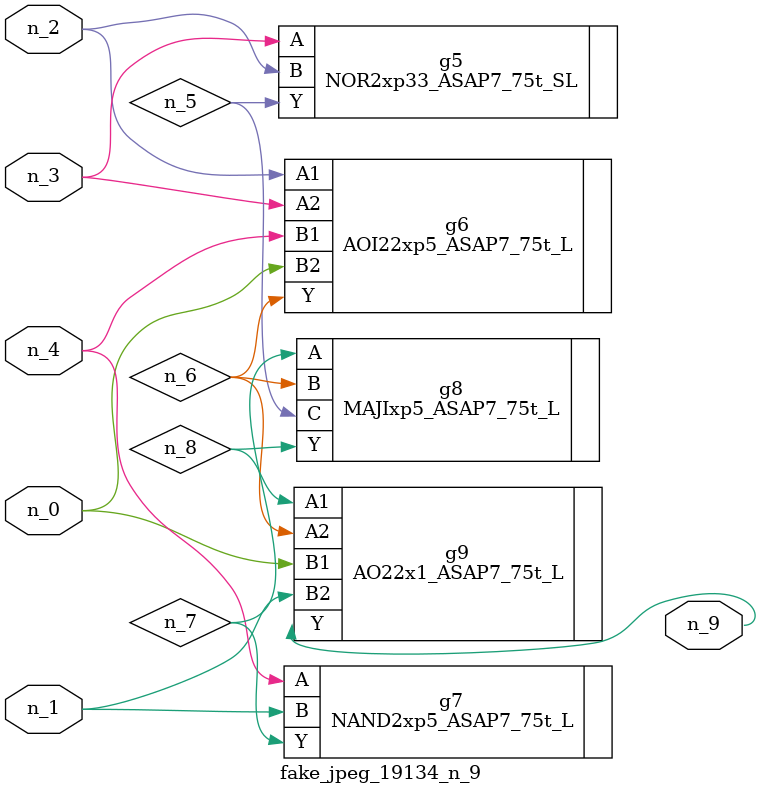
<source format=v>
module fake_jpeg_19134_n_9 (n_3, n_2, n_1, n_0, n_4, n_9);

input n_3;
input n_2;
input n_1;
input n_0;
input n_4;

output n_9;

wire n_8;
wire n_6;
wire n_5;
wire n_7;

NOR2xp33_ASAP7_75t_SL g5 ( 
.A(n_3),
.B(n_2),
.Y(n_5)
);

AOI22xp5_ASAP7_75t_L g6 ( 
.A1(n_2),
.A2(n_3),
.B1(n_4),
.B2(n_0),
.Y(n_6)
);

NAND2xp5_ASAP7_75t_L g7 ( 
.A(n_4),
.B(n_1),
.Y(n_7)
);

MAJIxp5_ASAP7_75t_L g8 ( 
.A(n_7),
.B(n_6),
.C(n_5),
.Y(n_8)
);

AO22x1_ASAP7_75t_L g9 ( 
.A1(n_8),
.A2(n_6),
.B1(n_0),
.B2(n_1),
.Y(n_9)
);


endmodule
</source>
